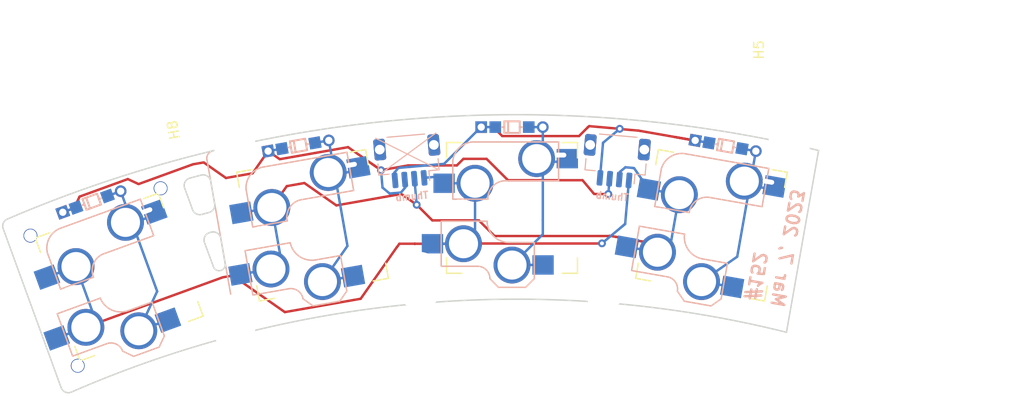
<source format=kicad_pcb>
(kicad_pcb (version 20221018) (generator pcbnew)
  (title_block (rev "1") (company "@e3w2q"))
  (layers (0 "F.Cu" signal) (31 "B.Cu" signal) (34 "B.Paste" user) (35 "F.Paste" user) (36 "B.SilkS" user "B.Silkscreen") (37 "F.SilkS" user "F.Silkscreen") (38 "B.Mask" user) (39 "F.Mask" user) (44 "Edge.Cuts" user))
  (net 0 "")
  (footprint "#footprint:M2_Nut_Hole_rev2" (layer "F.Cu") (at 38.688167 135.459876 90)
    (fp_text reference "H7")
    (fp_text value "MountingHole")
    (pad "" np_thru_hole oval (at 0 0 90) (size 6 4.2) (drill oval 6 4.2) (layers "F&B.Cu" "*.Mask"))
  )
  (footprint "#footprint:CherryMX_Choc_Hotswap_rev9_test" (layer "F.Cu") (at 26.776505 130.692625 20)
    (fp_text reference "SW15" hide)
    (fp_text value "SW_Push" hide)
    (fp_line (start -7.3 1.4) (end -7.3 6) (stroke (width 0.15)) (layer "B.SilkS"))
    (fp_line (start -6.1 -4.85) (end -6.1 -0.905) (stroke (width 0.15)) (layer "B.SilkS"))
    (fp_line (start -6.1 -0.896) (end -2.49 -0.896) (stroke (width 0.15)) (layer "B.SilkS"))
    (fp_line (start -3.5 6.025) (end -7.275 6.025) (stroke (width 0.15)) (layer "B.SilkS"))
    (fp_line (start -2.575 1.375) (end -7.3 1.375) (stroke (width 0.15)) (layer "B.SilkS"))
    (fp_line (start -2.28 7.3) (end -1.4 8.2) (stroke (width 0.15)) (layer "B.SilkS"))
    (fp_line (start 1.4 8.2) (end -1.4 8.2) (stroke (width 0.15)) (layer "B.SilkS"))
    (fp_line (start 2.275 3.575) (end -0.275 3.575) (stroke (width 0.15)) (layer "B.SilkS"))
    (fp_line (start 2.3 3.6) (end 2.3 7.3) (stroke (width 0.15)) (layer "B.SilkS"))
    (fp_line (start 2.3 7.3) (end 1.4 8.2) (stroke (width 0.15)) (layer "B.SilkS"))
    (fp_line (start 4.8 -6.804) (end -3.825 -6.804) (stroke (width 0.15)) (layer "B.SilkS"))
    (fp_line (start 4.8 -2.8) (end -0.6 -2.8) (stroke (width 0.15)) (layer "B.SilkS"))
    (fp_line (start 4.8 -2.8) (end 4.8 -6.804) (stroke (width 0.15)) (layer "B.SilkS"))
    (fp_arc (start -6.1 -4.85) (mid -5.3507 -6.278973) (end -3.825 -6.804) (stroke (width 0.15)) (layer "B.SilkS"))
    (fp_arc (start -3.5 6.025) (mid -2.633993 6.417537) (end -2.28 7.3) (stroke (width 0.15)) (layer "B.SilkS"))
    (fp_arc (start -2.49 -0.896) (mid -1.960305 -2.260252) (end -0.6 -2.8) (stroke (width 0.15)) (layer "B.SilkS"))
    (fp_arc (start -0.275 3.575) (mid -1.87256 2.942903) (end -2.575 1.375) (stroke (width 0.15)) (layer "B.SilkS"))
    (fp_line (start -6.746875 -6.746875) (end -5.159375 -6.746875) (stroke (width 0.15)) (layer "F.SilkS"))
    (fp_line (start -6.746875 -5.159375) (end -6.746875 -6.746875) (stroke (width 0.15)) (layer "F.SilkS"))
    (fp_line (start -6.746875 6.746875) (end -6.746875 5.159375) (stroke (width 0.15)) (layer "F.SilkS"))
    (fp_line (start -5.159375 6.746875) (end -6.746875 6.746875) (stroke (width 0.15)) (layer "F.SilkS"))
    (fp_line (start 5.159375 -6.746875) (end 6.746875 -6.746875) (stroke (width 0.15)) (layer "F.SilkS"))
    (fp_line (start 6.746875 -6.746875) (end 6.746875 -5.159375) (stroke (width 0.15)) (layer "F.SilkS"))
    (fp_line (start 6.746875 5.159375) (end 6.746875 6.746875) (stroke (width 0.15)) (layer "F.SilkS"))
    (fp_line (start 6.746875 6.746875) (end 5.159375 6.746875) (stroke (width 0.15)) (layer "F.SilkS"))
    (pad "" np_thru_hole circle (at -5.5 0 110) (size 1.68 1.68) (drill 1.68) (layers "F&B.Cu" "*.Mask"))
    (pad "" np_thru_hole circle (at -5.08 0 20) (size 1.7 1.7) (drill 1.7) (layers "*.Cu" "*.Mask"))
    (pad "" np_thru_hole circle (at 0 0 110) (size 4.9 4.9) (drill 4.9) (layers "F&B.Cu" "*.Mask"))
    (pad "" np_thru_hole oval (at 5 -5.45 200) (size 1.2 0.5) (drill oval 1.2 0.5) (layers "F&B.Cu" "*.Mask"))
    (pad "" np_thru_hole circle (at 5.08 0 20) (size 1.7 1.7) (drill 1.7) (layers "*.Cu" "*.Mask"))
    (pad "" np_thru_hole circle (at 5.5 0 110) (size 1.68 1.68) (drill 1.68) (layers "F&B.Cu" "*.Mask"))
    (pad "1" smd rect (at -8.2 3.7 20) (size 2.2 2) (layers "B.Cu" "B.Paste" "B.Mask"))
    (pad "1" smd rect (at -7 -2.54 20) (size 2.2 2) (layers "B.Cu" "B.Paste" "B.Mask"))
    (pad "1" thru_hole circle (at -5 3.7 110) (size 3.8 3.8) (drill 3) (layers "*.Cu" "B.Mask"))
    (pad "1" thru_hole circle (at -3.81 -2.54 200) (size 3.8 3.8) (drill 3) (layers "*.Cu" "B.Mask"))
    (pad "2" thru_hole circle (at 0 5.9 110) (size 3.8 3.8) (drill 3) (layers "*.Cu" "B.Mask"))
    (pad "2" thru_hole circle (at 2.54 -5.08 200) (size 3.8 3.8) (drill 3) (layers "*.Cu" "B.Mask"))
    (pad "2" smd rect (at 3.2 5.89 20) (size 2.2 2) (layers "B.Cu" "B.Paste" "B.Mask"))
    (pad "2" smd rect (at 5.7 -5.08 20) (size 2.2 2) (layers "B.Cu" "B.Paste" "B.Mask"))
  )
  (footprint "#footprint:CherryMX_Choc_Hotswap_rev9_test" (layer "F.Cu") (at 87.820884 125.352791 -10)
    (fp_text reference "SW20" hide)
    (fp_text value "SW_Push" hide)
    (fp_line (start -7.3 1.4) (end -7.3 6) (stroke (width 0.15)) (layer "B.SilkS"))
    (fp_line (start -6.1 -4.85) (end -6.1 -0.905) (stroke (width 0.15)) (layer "B.SilkS"))
    (fp_line (start -6.1 -0.896) (end -2.49 -0.896) (stroke (width 0.15)) (layer "B.SilkS"))
    (fp_line (start -3.5 6.025) (end -7.275 6.025) (stroke (width 0.15)) (layer "B.SilkS"))
    (fp_line (start -2.575 1.375) (end -7.3 1.375) (stroke (width 0.15)) (layer "B.SilkS"))
    (fp_line (start -2.28 7.3) (end -1.4 8.2) (stroke (width 0.15)) (layer "B.SilkS"))
    (fp_line (start 1.4 8.2) (end -1.4 8.2) (stroke (width 0.15)) (layer "B.SilkS"))
    (fp_line (start 2.275 3.575) (end -0.275 3.575) (stroke (width 0.15)) (layer "B.SilkS"))
    (fp_line (start 2.3 3.6) (end 2.3 7.3) (stroke (width 0.15)) (layer "B.SilkS"))
    (fp_line (start 2.3 7.3) (end 1.4 8.2) (stroke (width 0.15)) (layer "B.SilkS"))
    (fp_line (start 4.8 -6.804) (end -3.825 -6.804) (stroke (width 0.15)) (layer "B.SilkS"))
    (fp_line (start 4.8 -2.8) (end -0.6 -2.8) (stroke (width 0.15)) (layer "B.SilkS"))
    (fp_line (start 4.8 -2.8) (end 4.8 -6.804) (stroke (width 0.15)) (layer "B.SilkS"))
    (fp_arc (start -6.1 -4.85) (mid -5.3507 -6.278974) (end -3.825 -6.804) (stroke (width 0.15)) (layer "B.SilkS"))
    (fp_arc (start -3.5 6.025) (mid -2.633993 6.417536) (end -2.28 7.3) (stroke (width 0.15)) (layer "B.SilkS"))
    (fp_arc (start -2.49 -0.896) (mid -1.960306 -2.260251) (end -0.6 -2.8) (stroke (width 0.15)) (layer "B.SilkS"))
    (fp_arc (start -0.275 3.575) (mid -1.872559 2.942903) (end -2.575 1.375) (stroke (width 0.15)) (layer "B.SilkS"))
    (fp_line (start -6.746875 -6.746875) (end -5.159375 -6.746875) (stroke (width 0.15)) (layer "F.SilkS"))
    (fp_line (start -6.746875 -5.159375) (end -6.746875 -6.746875) (stroke (width 0.15)) (layer "F.SilkS"))
    (fp_line (start -6.746875 6.746875) (end -6.746875 5.159375) (stroke (width 0.15)) (layer "F.SilkS"))
    (fp_line (start -5.159375 6.746875) (end -6.746875 6.746875) (stroke (width 0.15)) (layer "F.SilkS"))
    (fp_line (start 5.159375 -6.746875) (end 6.746875 -6.746875) (stroke (width 0.15)) (layer "F.SilkS"))
    (fp_line (start 6.746875 -6.746875) (end 6.746875 -5.159375) (stroke (width 0.15)) (layer "F.SilkS"))
    (fp_line (start 6.746875 5.159375) (end 6.746875 6.746875) (stroke (width 0.15)) (layer "F.SilkS"))
    (fp_line (start 6.746875 6.746875) (end 5.159375 6.746875) (stroke (width 0.15)) (layer "F.SilkS"))
    (pad "" np_thru_hole circle (at -5.5 0 80) (size 1.68 1.68) (drill 1.68) (layers "F&B.Cu" "*.Mask"))
    (pad "" np_thru_hole circle (at -5.08 0 350) (size 1.7 1.7) (drill 1.7) (layers "*.Cu" "*.Mask"))
    (pad "" np_thru_hole circle (at 0 0 80) (size 4.9 4.9) (drill 4.9) (layers "F&B.Cu" "*.Mask"))
    (pad "" np_thru_hole oval (at 5 -5.45 170) (size 1.2 0.5) (drill oval 1.2 0.5) (layers "F&B.Cu" "*.Mask"))
    (pad "" np_thru_hole circle (at 5.08 0 350) (size 1.7 1.7) (drill 1.7) (layers "*.Cu" "*.Mask"))
    (pad "" np_thru_hole circle (at 5.5 0 80) (size 1.68 1.68) (drill 1.68) (layers "F&B.Cu" "*.Mask"))
    (pad "1" smd rect (at -8.2 3.7 350) (size 2.2 2) (layers "B.Cu" "B.Paste" "B.Mask"))
    (pad "1" smd rect (at -7 -2.54 350) (size 2.2 2) (layers "B.Cu" "B.Paste" "B.Mask"))
    (pad "1" thru_hole circle (at -5 3.7 80) (size 3.8 3.8) (drill 3) (layers "*.Cu" "B.Mask"))
    (pad "1" thru_hole circle (at -3.81 -2.54 170) (size 3.8 3.8) (drill 3) (layers "*.Cu" "B.Mask"))
    (pad "2" thru_hole circle (at 0 5.9 80) (size 3.8 3.8) (drill 3) (layers "*.Cu" "B.Mask"))
    (pad "2" thru_hole circle (at 2.54 -5.08 170) (size 3.8 3.8) (drill 3) (layers "*.Cu" "B.Mask"))
    (pad "2" smd rect (at 3.2 5.89 350) (size 2.2 2) (layers "B.Cu" "B.Paste" "B.Mask"))
    (pad "2" smd rect (at 5.7 -5.08 350) (size 2.2 2) (layers "B.Cu" "B.Paste" "B.Mask"))
  )
  (footprint "#footprint:M2_Nut_Hole_rev2" (layer "F.Cu") (at 76.788168 131.09425 90)
    (fp_text reference "H14")
    (fp_text value "MountingHole")
    (pad "" np_thru_hole oval (at 0 0 90) (size 6 4.2) (drill oval 6 4.2) (layers "F&B.Cu" "*.Mask"))
  )
  (footprint "#footprint:diode_TH_SMD_rev3" (layer "F.Cu") (at 45.255191 117.142488 10)
    (fp_text reference "D16")
    (fp_text value "D" hide)
    (fp_line (start -0.992182 0) (end -0.793744 0) (stroke (width 0.2)) (layer "B.SilkS"))
    (fp_line (start -0.793744 -0.595314) (end -0.793744 0.595314) (stroke (width 0.2)) (layer "B.SilkS"))
    (fp_line (start -0.793744 0.595314) (end 0.79376 0.595314) (stroke (width 0.2)) (layer "B.SilkS"))
    (fp_line (start -0.396868 0.595314) (end -0.396868 -0.595314) (stroke (width 0.2)) (layer "B.SilkS"))
    (fp_line (start 0.79376 -0.595314) (end -0.793744 -0.595314) (stroke (width 0.2)) (layer "B.SilkS"))
    (fp_line (start 0.79376 0) (end 0.992198 0) (stroke (width 0.2)) (layer "B.SilkS"))
    (fp_line (start 0.79376 0.595314) (end 0.79376 -0.595314) (stroke (width 0.2)) (layer "B.SilkS"))
    (pad "1" thru_hole rect (at -3.175 0 10) (size 1.2 1.2) (drill 0.75) (layers "*.Cu" "B.Mask"))
    (pad "1" smd rect (at -1.725 0 10) (size 1.2 1.2) (layers "B.Cu" "B.Paste" "B.Mask"))
    (pad "2" smd rect (at 1.725 0 10) (size 1.2 1.2) (layers "B.Cu" "B.Paste" "B.Mask"))
    (pad "2" thru_hole circle (at 3.175 0 10) (size 1.2 1.2) (drill 0.75) (layers "*.Cu" "B.Mask"))
  )
  (footprint "#footprint:M2_Nut_Hole_rev2" (layer "F.Cu") (at 38.688172 116.409876 90)
    (fp_text reference "H8" (at 0.898946 -6.308789 100 unlocked) (layer "F.SilkS"))
    (fp_text value "MountingHole")
    (pad "" np_thru_hole oval (at 0 0 90) (size 6 4.2) (drill oval 6 4.2) (layers "F&B.Cu" "*.Mask"))
  )
  (footprint "#footprint:diode_TH_SMD_rev3" (layer "F.Cu") (at 67.26317 115.219246)
    (fp_text reference "D19")
    (fp_text value "D" hide)
    (fp_line (start -0.992182 0) (end -0.793744 0) (stroke (width 0.2)) (layer "B.SilkS"))
    (fp_line (start -0.793744 -0.595314) (end -0.793744 0.595314) (stroke (width 0.2)) (layer "B.SilkS"))
    (fp_line (start -0.793744 0.595314) (end 0.79376 0.595314) (stroke (width 0.2)) (layer "B.SilkS"))
    (fp_line (start -0.396868 0.595314) (end -0.396868 -0.595314) (stroke (width 0.2)) (layer "B.SilkS"))
    (fp_line (start 0.79376 -0.595314) (end -0.793744 -0.595314) (stroke (width 0.2)) (layer "B.SilkS"))
    (fp_line (start 0.79376 0) (end 0.992198 0) (stroke (width 0.2)) (layer "B.SilkS"))
    (fp_line (start 0.79376 0.595314) (end 0.79376 -0.595314) (stroke (width 0.2)) (layer "B.SilkS"))
    (pad "1" thru_hole rect (at -3.175 0) (size 1.2 1.2) (drill 0.75) (layers "*.Cu" "B.Mask"))
    (pad "1" smd rect (at -1.725 0) (size 1.2 1.2) (layers "B.Cu" "B.Paste" "B.Mask"))
    (pad "2" smd rect (at 1.725 0) (size 1.2 1.2) (layers "B.Cu" "B.Paste" "B.Mask"))
    (pad "2" thru_hole circle (at 3.175 0) (size 1.2 1.2) (drill 0.75) (layers "*.Cu" "B.Mask"))
  )
  (footprint "#footprint:M1.4_tapping_Hole_rev2" (layer "F.Cu") (at 31.044945 121.53341)
    (fp_text reference "H49" hide)
    (fp_text value "MountingHole" hide)
    (pad "" thru_hole circle (at 0 0) (size 1.43 1.43) (drill 1.28) (layers "*.Cu" "*.Mask"))
  )
  (footprint "#footprint:M2_Nut_Hole_rev2" (layer "F.Cu") (at 95.83817 116.409867 90)
    (fp_text reference "H5" (at 9.159666 -3.125116 90 unlocked) (layer "F.SilkS"))
    (fp_text value "MountingHole")
    (pad "" np_thru_hole oval (at 0 0 90) (size 6 4.2) (drill oval 6 4.2) (layers "F&B.Cu" "*.Mask"))
  )
  (footprint "#footprint:CherryMX_Choc_Hotswap_rev9_test" (layer "F.Cu") (at 46.702436 125.350247 10)
    (fp_text reference "SW16" hide)
    (fp_text value "SW_Push" hide)
    (fp_line (start -7.3 1.4) (end -7.3 6) (stroke (width 0.15)) (layer "B.SilkS"))
    (fp_line (start -6.1 -4.85) (end -6.1 -0.905) (stroke (width 0.15)) (layer "B.SilkS"))
    (fp_line (start -6.1 -0.896) (end -2.49 -0.896) (stroke (width 0.15)) (layer "B.SilkS"))
    (fp_line (start -3.5 6.025) (end -7.275 6.025) (stroke (width 0.15)) (layer "B.SilkS"))
    (fp_line (start -2.575 1.375) (end -7.3 1.375) (stroke (width 0.15)) (layer "B.SilkS"))
    (fp_line (start -2.28 7.3) (end -1.4 8.2) (stroke (width 0.15)) (layer "B.SilkS"))
    (fp_line (start 1.4 8.2) (end -1.4 8.2) (stroke (width 0.15)) (layer "B.SilkS"))
    (fp_line (start 2.275 3.575) (end -0.275 3.575) (stroke (width 0.15)) (layer "B.SilkS"))
    (fp_line (start 2.3 3.6) (end 2.3 7.3) (stroke (width 0.15)) (layer "B.SilkS"))
    (fp_line (start 2.3 7.3) (end 1.4 8.2) (stroke (width 0.15)) (layer "B.SilkS"))
    (fp_line (start 4.8 -6.804) (end -3.825 -6.804) (stroke (width 0.15)) (layer "B.SilkS"))
    (fp_line (start 4.8 -2.8) (end -0.6 -2.8) (stroke (width 0.15)) (layer "B.SilkS"))
    (fp_line (start 4.8 -2.8) (end 4.8 -6.804) (stroke (width 0.15)) (layer "B.SilkS"))
    (fp_arc (start -6.1 -4.85) (mid -5.3507 -6.278973) (end -3.825 -6.804) (stroke (width 0.15)) (layer "B.SilkS"))
    (fp_arc (start -3.5 6.025) (mid -2.633993 6.417536) (end -2.28 7.3) (stroke (width 0.15)) (layer "B.SilkS"))
    (fp_arc (start -2.49 -0.896) (mid -1.960305 -2.260252) (end -0.6 -2.8) (stroke (width 0.15)) (layer "B.SilkS"))
    (fp_arc (start -0.275 3.575) (mid -1.872559 2.942903) (end -2.575 1.375) (stroke (width 0.15)) (layer "B.SilkS"))
    (fp_line (start -6.746875 -6.746875) (end -5.159375 -6.746875) (stroke (width 0.15)) (layer "F.SilkS"))
    (fp_line (start -6.746875 -5.159375) (end -6.746875 -6.746875) (stroke (width 0.15)) (layer "F.SilkS"))
    (fp_line (start -6.746875 6.746875) (end -6.746875 5.159375) (stroke (width 0.15)) (layer "F.SilkS"))
    (fp_line (start -5.159375 6.746875) (end -6.746875 6.746875) (stroke (width 0.15)) (layer "F.SilkS"))
    (fp_line (start 5.159375 -6.746875) (end 6.746875 -6.746875) (stroke (width 0.15)) (layer "F.SilkS"))
    (fp_line (start 6.746875 -6.746875) (end 6.746875 -5.159375) (stroke (width 0.15)) (layer "F.SilkS"))
    (fp_line (start 6.746875 5.159375) (end 6.746875 6.746875) (stroke (width 0.15)) (layer "F.SilkS"))
    (fp_line (start 6.746875 6.746875) (end 5.159375 6.746875) (stroke (width 0.15)) (layer "F.SilkS"))
    (pad "" np_thru_hole circle (at -5.5 0 100) (size 1.68 1.68) (drill 1.68) (layers "F&B.Cu" "*.Mask"))
    (pad "" np_thru_hole circle (at -5.08 0 10) (size 1.7 1.7) (drill 1.7) (layers "*.Cu" "*.Mask"))
    (pad "" np_thru_hole circle (at 0 0 100) (size 4.9 4.9) (drill 4.9) (layers "F&B.Cu" "*.Mask"))
    (pad "" np_thru_hole oval (at 5 -5.45 190) (size 1.2 0.5) (drill oval 1.2 0.5) (layers "F&B.Cu" "*.Mask"))
    (pad "" np_thru_hole circle (at 5.08 0 10) (size 1.7 1.7) (drill 1.7) (layers "*.Cu" "*.Mask"))
    (pad "" np_thru_hole circle (at 5.5 0 100) (size 1.68 1.68) (drill 1.68) (layers "F&B.Cu" "*.Mask"))
    (pad "1" smd rect (at -8.2 3.7 10) (size 2.2 2) (layers "B.Cu" "B.Paste" "B.Mask"))
    (pad "1" smd rect (at -7 -2.54 10) (size 2.2 2) (layers "B.Cu" "B.Paste" "B.Mask"))
    (pad "1" thru_hole circle (at -5 3.7 100) (size 3.8 3.8) (drill 3) (layers "*.Cu" "B.Mask"))
    (pad "1" thru_hole circle (at -3.81 -2.54 190) (size 3.8 3.8) (drill 3) (layers "*.Cu" "B.Mask"))
    (pad "2" thru_hole circle (at 0 5.9 100) (size 3.8 3.8) (drill 3) (layers "*.Cu" "B.Mask"))
    (pad "2" thru_hole circle (at 2.54 -5.08 190) (size 3.8 3.8) (drill 3) (layers "*.Cu" "B.Mask"))
    (pad "2" smd rect (at 3.2 5.89 10) (size 2.2 2) (layers "B.Cu" "B.Paste" "B.Mask"))
    (pad "2" smd rect (at 5.7 -5.08 10) (size 2.2 2) (layers "B.Cu" "B.Paste" "B.Mask"))
  )
  (footprint "#footprint:diode_TH_SMD_rev3" (layer "F.Cu") (at 89.268134 117.145038 -10)
    (fp_text reference "D20")
    (fp_text value "D" hide)
    (fp_line (start -0.992182 0) (end -0.793744 0) (stroke (width 0.2)) (layer "B.SilkS"))
    (fp_line (start -0.793744 -0.595314) (end -0.793744 0.595314) (stroke (width 0.2)) (layer "B.SilkS"))
    (fp_line (start -0.793744 0.595314) (end 0.79376 0.595314) (stroke (width 0.2)) (layer "B.SilkS"))
    (fp_line (start -0.396868 0.595314) (end -0.396868 -0.595314) (stroke (width 0.2)) (layer "B.SilkS"))
    (fp_line (start 0.79376 -0.595314) (end -0.793744 -0.595314) (stroke (width 0.2)) (layer "B.SilkS"))
    (fp_line (start 0.79376 0) (end 0.992198 0) (stroke (width 0.2)) (layer "B.SilkS"))
    (fp_line (start 0.79376 0.595314) (end 0.79376 -0.595314) (stroke (width 0.2)) (layer "B.SilkS"))
    (pad "1" thru_hole rect (at -3.175 0 350) (size 1.2 1.2) (drill 0.75) (layers "*.Cu" "B.Mask"))
    (pad "1" smd rect (at -1.725 0 350) (size 1.2 1.2) (layers "B.Cu" "B.Paste" "B.Mask"))
    (pad "2" smd rect (at 1.725 0 350) (size 1.2 1.2) (layers "B.Cu" "B.Paste" "B.Mask"))
    (pad "2" thru_hole circle (at 3.175 0 350) (size 1.2 1.2) (drill 0.75) (layers "*.Cu" "B.Mask"))
  )
  (footprint "#footprint:M2_Nut_Hole_rev2" (layer "F.Cu") (at 57.738174 131.094247 90)
    (fp_text reference "H13")
    (fp_text value "MountingHole")
    (pad "" np_thru_hole oval (at 0 0 90) (size 6 4.2) (drill oval 6 4.2) (layers "F&B.Cu" "*.Mask"))
  )
  (footprint "#footprint:CherryMX_Choc_Hotswap_rev9_test" (layer "F.Cu") (at 67.263171 123.553619)
    (fp_text reference "SW19" hide)
    (fp_text value "SW_Push" hide)
    (fp_line (start -7.3 1.4) (end -7.3 6) (stroke (width 0.15)) (layer "B.SilkS"))
    (fp_line (start -6.1 -4.85) (end -6.1 -0.905) (stroke (width 0.15)) (layer "B.SilkS"))
    (fp_line (start -6.1 -0.896) (end -2.49 -0.896) (stroke (width 0.15)) (layer "B.SilkS"))
    (fp_line (start -3.5 6.025) (end -7.275 6.025) (stroke (width 0.15)) (layer "B.SilkS"))
    (fp_line (start -2.575 1.375) (end -7.3 1.375) (stroke (width 0.15)) (layer "B.SilkS"))
    (fp_line (start -2.28 7.3) (end -1.4 8.2) (stroke (width 0.15)) (layer "B.SilkS"))
    (fp_line (start 1.4 8.2) (end -1.4 8.2) (stroke (width 0.15)) (layer "B.SilkS"))
    (fp_line (start 2.275 3.575) (end -0.275 3.575) (stroke (width 0.15)) (layer "B.SilkS"))
    (fp_line (start 2.3 3.6) (end 2.3 7.3) (stroke (width 0.15)) (layer "B.SilkS"))
    (fp_line (start 2.3 7.3) (end 1.4 8.2) (stroke (width 0.15)) (layer "B.SilkS"))
    (fp_line (start 4.8 -6.804) (end -3.825 -6.804) (stroke (width 0.15)) (layer "B.SilkS"))
    (fp_line (start 4.8 -2.8) (end -0.6 -2.8) (stroke (width 0.15)) (layer "B.SilkS"))
    (fp_line (start 4.8 -2.8) (end 4.8 -6.804) (stroke (width 0.15)) (layer "B.SilkS"))
    (fp_arc (start -6.1 -4.85) (mid -5.3507 -6.278973) (end -3.825 -6.804) (stroke (width 0.15)) (layer "B.SilkS"))
    (fp_arc (start -3.5 6.025) (mid -2.633993 6.417536) (end -2.28 7.3) (stroke (width 0.15)) (layer "B.SilkS"))
    (fp_arc (start -2.49 -0.896) (mid -1.960305 -2.260252) (end -0.6 -2.8) (stroke (width 0.15)) (layer "B.SilkS"))
    (fp_arc (start -0.275 3.575) (mid -1.872559 2.942903) (end -2.575 1.375) (stroke (width 0.15)) (layer "B.SilkS"))
    (fp_line (start -6.746875 -6.746875) (end -5.159375 -6.746875) (stroke (width 0.15)) (layer "F.SilkS"))
    (fp_line (start -6.746875 -5.159375) (end -6.746875 -6.746875) (stroke (width 0.15)) (layer "F.SilkS"))
    (fp_line (start -6.746875 6.746875) (end -6.746875 5.159375) (stroke (width 0.15)) (layer "F.SilkS"))
    (fp_line (start -5.159375 6.746875) (end -6.746875 6.746875) (stroke (width 0.15)) (layer "F.SilkS"))
    (fp_line (start 5.159375 -6.746875) (end 6.746875 -6.746875) (stroke (width 0.15)) (layer "F.SilkS"))
    (fp_line (start 6.746875 -6.746875) (end 6.746875 -5.159375) (stroke (width 0.15)) (layer "F.SilkS"))
    (fp_line (start 6.746875 5.159375) (end 6.746875 6.746875) (stroke (width 0.15)) (layer "F.SilkS"))
    (fp_line (start 6.746875 6.746875) (end 5.159375 6.746875) (stroke (width 0.15)) (layer "F.SilkS"))
    (pad "" np_thru_hole circle (at -5.5 0 90) (size 1.68 1.68) (drill 1.68) (layers "F&B.Cu" "*.Mask"))
    (pad "" np_thru_hole circle (at -5.08 0) (size 1.7 1.7) (drill 1.7) (layers "*.Cu" "*.Mask"))
    (pad "" np_thru_hole circle (at 0 0 90) (size 4.9 4.9) (drill 4.9) (layers "F&B.Cu" "*.Mask"))
    (pad "" np_thru_hole oval (at 5 -5.45 180) (size 1.2 0.5) (drill oval 1.2 0.5) (layers "F&B.Cu" "*.Mask"))
    (pad "" np_thru_hole circle (at 5.08 0) (size 1.7 1.7) (drill 1.7) (layers "*.Cu" "*.Mask"))
    (pad "" np_thru_hole circle (at 5.5 0 90) (size 1.68 1.68) (drill 1.68) (layers "F&B.Cu" "*.Mask"))
    (pad "1" smd rect (at -8.2 3.7) (size 2.2 2) (layers "B.Cu" "B.Paste" "B.Mask"))
    (pad "1" smd rect (at -7 -2.54) (size 2.2 2) (layers "B.Cu" "B.Paste" "B.Mask"))
    (pad "1" thru_hole circle (at -5 3.7 90) (size 3.8 3.8) (drill 3) (layers "*.Cu" "B.Mask"))
    (pad "1" thru_hole circle (at -3.81 -2.54 180) (size 3.8 3.8) (drill 3) (layers "*.Cu" "B.Mask"))
    (pad "2" thru_hole circle (at 0 5.9 90) (size 3.8 3.8) (drill 3) (layers "*.Cu" "B.Mask"))
    (pad "2" thru_hole circle (at 2.54 -5.08 180) (size 3.8 3.8) (drill 3) (layers "*.Cu" "B.Mask"))
    (pad "2" smd rect (at 3.2 5.89) (size 2.2 2) (layers "B.Cu" "B.Paste" "B.Mask"))
    (pad "2" smd rect (at 5.7 -5.08) (size 2.2 2) (layers "B.Cu" "B.Paste" "B.Mask"))
  )
  (footprint "#footprint:diode_TH_SMD_rev3" (layer "F.Cu") (at 23.947137 122.918994 20)
    (fp_text reference "D15")
    (fp_text value "D" hide)
    (fp_line (start -0.992182 0) (end -0.793744 0) (stroke (width 0.2)) (layer "B.SilkS"))
    (fp_line (start -0.793744 -0.595314) (end -0.793744 0.595314) (stroke (width 0.2)) (layer "B.SilkS"))
    (fp_line (start -0.793744 0.595314) (end 0.79376 0.595314) (stroke (width 0.2)) (layer "B.SilkS"))
    (fp_line (start -0.396868 0.595314) (end -0.396868 -0.595314) (stroke (width 0.2)) (layer "B.SilkS"))
    (fp_line (start 0.79376 -0.595314) (end -0.793744 -0.595314) (stroke (width 0.2)) (layer "B.SilkS"))
    (fp_line (start 0.79376 0) (end 0.992198 0) (stroke (width 0.2)) (layer "B.SilkS"))
    (fp_line (start 0.79376 0.595314) (end 0.79376 -0.595314) (stroke (width 0.2)) (layer "B.SilkS"))
    (pad "1" thru_hole rect (at -3.175 0 20) (size 1.2 1.2) (drill 0.75) (layers "*.Cu" "B.Mask"))
    (pad "1" smd rect (at -1.725 0 20) (size 1.2 1.2) (layers "B.Cu" "B.Paste" "B.Mask"))
    (pad "2" smd rect (at 1.725 0 20) (size 1.2 1.2) (layers "B.Cu" "B.Paste" "B.Mask"))
    (pad "2" thru_hole circle (at 3.175 0 20) (size 1.2 1.2) (drill 0.75) (layers "*.Cu" "B.Mask"))
  )
  (footprint "#footprint:M1.4_tapping_Hole_rev2" (layer "F.Cu") (at 17.628748 126.416282)
    (fp_text reference "H48" hide)
    (fp_text value "MountingHole" hide)
    (pad "" thru_hole circle (at 0 0) (size 1.43 1.43) (drill 1.28) (layers "*.Cu" "*.Mask"))
  )
  (footprint "#footprint:M1.4_tapping_Hole_rev2" (layer "F.Cu") (at 22.506196 139.844311)
    (fp_text reference "H60" hide)
    (fp_text value "MountingHole" hide)
    (pad "" thru_hole circle (at 0 0) (size 1.43 1.43) (drill 1.28) (layers "*.Cu" "*.Mask"))
  )
  (footprint "#footprint:JST_SH_BM03B-SRSS-TB_1x04-1MP_P1.00mm_Vertical" (layer "B.Cu") (at 56.547541 118.79112 -175)
    (fp_text reference "J11")
    (fp_text value "Conn_01x04")
    (fp_line (start -3.11 -1.11) (end -2.06 -1.11) (stroke (width 0.12)) (layer "B.SilkS"))
    (fp_line (start -3.11 -1.11) (end 3.11 2.7) (stroke (width 0.12)) (layer "B.SilkS"))
    (fp_line (start -3.11 0.04) (end -3.11 -1.11) (stroke (width 0.12)) (layer "B.SilkS"))
    (fp_line (start -2.06 -1.11) (end -2.06 -2.1) (stroke (width 0.12)) (layer "B.SilkS"))
    (fp_line (start -1.94 2.7) (end 1.94 2.7) (stroke (width 0.12)) (layer "B.SilkS"))
    (fp_line (start 3.11 -1.11) (end -3.11 2.7) (stroke (width 0.12)) (layer "B.SilkS"))
    (fp_line (start 3.11 -1.11) (end 2.06 -1.11) (stroke (width 0.12)) (layer "B.SilkS"))
    (fp_line (start 3.11 0.04) (end 3.11 -1.11) (stroke (width 0.12)) (layer "B.SilkS"))
    (pad "1" smd roundrect (at -1.5 -1.8 185) (size 0.6 1.6) (layers "B.Cu" "B.Paste" "B.Mask"))
    (pad "2" smd roundrect (at -0.5 -1.8 185) (size 0.6 1.6) (layers "B.Cu" "B.Paste" "B.Mask"))
    (pad "3" smd roundrect (at 0.5 -1.8 185) (size 0.6 1.6) (layers "B.Cu" "B.Paste" "B.Mask"))
    (pad "4" smd roundrect (at 1.5 -1.8 185) (size 0.6 1.6) (layers "B.Cu" "B.Paste" "B.Mask"))
    (pad "MP" thru_hole roundrect (at -2.8 1.5 185) (size 1.2 2.2) (drill 1) (layers "*.Cu" "*.Mask") (roundrect_rratio 0.208))
    (pad "MP" thru_hole roundrect (at 2.8 1.5 185) (size 1.2 2.2) (drill 1) (layers "*.Cu" "*.Mask") (roundrect_rratio 0.208))
  )
  (footprint "#footprint:JST_SH_BM03B-SRSS-TB_1x04-1MP_P1.00mm_Vertical" (layer "B.Cu") (at 77.97879 118.791119 175)
    (fp_text reference "J12")
    (fp_text value "Conn_01x04")
    (fp_line (start -3.11 -1.11) (end -2.06 -1.11) (stroke (width 0.12)) (layer "B.SilkS"))
    (fp_line (start -3.11 0.04) (end -3.11 -1.11) (stroke (width 0.12)) (layer "B.SilkS"))
    (fp_line (start -2.06 -1.11) (end -2.06 -2.1) (stroke (width 0.12)) (layer "B.SilkS"))
    (fp_line (start -1.94 2.7) (end 1.94 2.7) (stroke (width 0.12)) (layer "B.SilkS"))
    (fp_line (start 3.11 -1.11) (end 2.06 -1.11) (stroke (width 0.12)) (layer "B.SilkS"))
    (fp_line (start 3.11 0.04) (end 3.11 -1.11) (stroke (width 0.12)) (layer "B.SilkS"))
    (pad "1" smd roundrect (at -1.5 -1.8 175) (size 0.6 1.6) (layers "B.Cu" "B.Paste" "B.Mask"))
    (pad "2" smd roundrect (at -0.5 -1.8 175) (size 0.6 1.6) (layers "B.Cu" "B.Paste" "B.Mask"))
    (pad "3" smd roundrect (at 0.5 -1.8 175) (size 0.6 1.6) (layers "B.Cu" "B.Paste" "B.Mask"))
    (pad "4" smd roundrect (at 1.5 -1.8 175) (size 0.6 1.6) (layers "B.Cu" "B.Paste" "B.Mask"))
    (pad "MP" thru_hole roundrect (at -2.8 1.5 175) (size 1.2 2.2) (drill 1) (layers "*.Cu" "*.Mask") (roundrect_rratio 0.208))
    (pad "MP" thru_hole roundrect (at 2.8 1.5 175) (size 1.2 2.2) (drill 1) (layers "*.Cu" "*.Mask") (roundrect_rratio 0.208))
  )
  (gr_arc (start 35.819511 118.578755) (mid 35.948877 117.984161) (end 36.463361 117.659226) (stroke (width 0.15)) (layer "B.SilkS"))
  (gr_line (start 38.851756 135.766924) (end 35.819511 118.578755) (stroke (width 0.15)) (layer "B.SilkS"))
  (gr_arc (start 36.263186 126.06134) (mid 36.865502 126.140633) (end 37.235335 126.622603) (stroke (width 0.15)) (layer "Edge.Cuts"))
  (gr_arc (start 35.222911 120.16983) (mid 35.825227 120.249129) (end 36.195056 120.731103) (stroke (width 0.15)) (layer "Edge.Cuts"))
  (gr_arc (start 21.81151 142.579226) (mid 21.204579 142.552726) (end 20.794153 142.104823) (stroke (width 0.15)) (layer "Edge.Cuts"))
  (gr_arc (start 33.502536 121.45256) (mid 33.581834 120.850249) (end 34.063805 120.480423) (stroke (width 0.15)) (layer "Edge.Cuts"))
  (gr_arc (start 35.547374 127.07489) (mid 35.626672 126.472578) (end 36.108643 126.102751) (stroke (width 0.15)) (layer "Edge.Cuts"))
  (gr_line (start 95.55 136.39) (end 98.86 117.63) (stroke (width 0.15)) (layer "Edge.Cuts"))
  (gr_arc (start 14.823282 125.704327) (mid 14.847425 125.0963) (end 15.297674 124.686966) (stroke (width 0.15)) (layer "Edge.Cuts"))
  (gr_arc (start 36.600433 123.055382) (mid 36.521135 123.657697) (end 36.039162 124.027525) (stroke (width 0.15)) (layer "Edge.Cuts"))
  (gr_line (start 33.502536 121.45256) (end 34.313601 123.668134) (stroke (width 0.15)) (layer "Edge.Cuts"))
  (gr_arc (start 35.285747 124.229397) (mid 34.683437 124.150105) (end 34.313608 123.66814) (stroke (width 0.15)) (layer "Edge.Cuts"))
  (gr_arc (start 15.297689 124.686972) (mid 56.508735 114.407763) (end 98.86 117.63) (stroke (width 0.15)) (layer "Edge.Cuts"))
  (gr_line (start 36.600433 123.055382) (end 36.195055 120.731104) (stroke (width 0.15)) (layer "Edge.Cuts"))
  (gr_arc (start 21.811511 142.579224) (mid 58.168162 133.37757) (end 95.55 136.39) (stroke (width 0.15)) (layer "Edge.Cuts"))
  (gr_line (start 36.108644 126.102753) (end 36.263186 126.06134) (stroke (width 0.15)) (layer "Edge.Cuts"))
  (gr_line (start 35.285747 124.229397) (end 36.039169 124.027524) (stroke (width 0.15)) (layer "Edge.Cuts"))
  (gr_line (start 37.685761 129.245395) (end 37.235336 126.622606) (stroke (width 0.15)) (layer "Edge.Cuts"))
  (gr_line (start 20.794153 142.104823) (end 14.823282 125.704327) (stroke (width 0.15)) (layer "Edge.Cuts"))
  (gr_arc (start 37.68577 129.245401) (mid 37.240281 130.016992) (end 36.46869 129.571503) (stroke (width 0.15)) (layer "Edge.Cuts"))
  (gr_line (start 36.46869 129.571503) (end 35.547374 127.07489) (stroke (width 0.15)) (layer "Edge.Cuts"))
  (gr_line (start 34.06381 120.480422) (end 35.222911 120.16983) (stroke (width 0.15)) (layer "Edge.Cuts"))
  (gr_text "Thumb" (at 56.944414 122.362997 5) (layer "B.SilkS") (effects (font (size 0.7 0.7)) (justify mirror)))
  (gr_text "#152" (at 92.45 130.59 260) (layer "B.SilkS") (effects (font (size 1.3 1.3) (thickness 0.25)) (justify mirror)))
  (gr_text "Mar 7, 2023" (at 95.62 127.71 260) (layer "B.SilkS") (effects (font (size 1.3 1.3) (thickness 0.25)) (justify mirror)))
  (gr_text "Thumb" (at 77.581916 122.362995 -5) (layer "B.SilkS") (effects (font (size 0.7 0.7)) (justify mirror)))
  (segment (start 20.963607 124.004906) (end 22.140548 123.576531) (width 0.25) (layer "F.Cu") (net 0))
  (segment (start 55.400955 127.596195) (end 51.665524 132.930951) (width 0.25) (layer "F.Cu") (net 0))
  (segment (start 57.241497 127.252613) (end 55.653997 127.252612) (width 0.25) (layer "F.Cu") (net 0))
  (segment (start 57.242507 127.253621) (end 57.21906 127.253622) (width 0.25) (layer "F.Cu") (net 0))
  (segment (start 75.105167 115.207508) (end 74.168918 116.14376) (width 0.25) (layer "F.Cu") (net 0))
  (segment (start 55.400955 127.596195) (end 55.415174 127.593688) (width 0.25) (layer "F.Cu") (net 0))
  (segment (start 27.668522 120.58067) (end 28.774207 121.096263) (width 0.25) (layer "F.Cu") (net 0))
  (segment (start 50.363032 117.287588) (end 52.839968 119.021954) (width 0.25) (layer "F.Cu") (net 0))
  (segment (start 49.160915 123.297646) (end 45.864534 120.9895) (width 0.25) (layer "F.Cu") (net 0))
  (segment (start 59.050546 124.843079) (end 63.844703 124.84308) (width 0.25) (layer "F.Cu") (net 0))
  (segment (start 82.254348 128.128341) (end 82.282744 128.108461) (width 0.25) (layer "F.Cu") (net 0))
  (segment (start 77.293089 126.45886) (end 77.331708 126.431823) (width 0.25) (layer "F.Cu") (net 0))
  (segment (start 35.48815 118.862714) (end 37.781082 120.468248) (width 0.25) (layer "F.Cu") (net 0))
  (segment (start 75.217106 115.118283) (end 75.075944 115.236733) (width 0.25) (layer "F.Cu") (net 0))
  (segment (start 38.466062 130.540385) (end 37.447968 130.719899) (width 0.25) (layer "F.Cu") (net 0))
  (segment (start 40.524461 119.984515) (end 42.128424 117.693815) (width 0.25) (layer "F.Cu") (net 0))
  (segment (start 65.333373 115.219251) (end 66.257884 116.143758) (width 0.25) (layer "F.Cu") (net 0))
  (segment (start 76.534015 127.215565) (end 76.520472 127.22911) (width 0.25) (layer "F.Cu") (net 0))
  (segment (start 62.26317 127.253617) (end 57.242507 127.253621) (width 0.25) (layer "F.Cu") (net 0))
  (segment (start 57.439431 123.231966) (end 59.050546 124.843079) (width 0.25) (layer "F.Cu") (net 0))
  (segment (start 77.185212 122.124942) (end 75.740249 122.124942) (width 0.25) (layer "F.Cu") (net 0))
  (segment (start 57.242507 127.253621) (end 57.241497 127.252613) (width 0.25) (layer "F.Cu") (net 0))
  (segment (start 82.254348 128.128341) (end 81.592489 127.183109) (width 0.25) (layer "F.Cu") (net 0))
  (segment (start 55.415174 127.593688) (end 55.653997 127.252612) (width 0.25) (layer "F.Cu") (net 0))
  (segment (start 45.864534 120.9895) (end 44.05046 121.309368) (width 0.25) (layer "F.Cu") (net 0))
  (segment (start 22.140548 123.576531) (end 22.693107 122.391573) (width 0.25) (layer "F.Cu") (net 0))
  (segment (start 75.662075 122.04677) (end 74.530437 120.698132) (width 0.25) (layer "F.Cu") (net 0))
  (segment (start 77.331708 126.431823) (end 77.957349 126.542135) (width 0.25) (layer "F.Cu") (net 0))
  (segment (start 81.592489 127.183109) (end 77.957349 126.542135) (width 0.25) (layer "F.Cu") (net 0))
  (segment (start 77.957349 126.542135) (end 78.192561 126.583611) (width 0.25) (layer "F.Cu") (net 0))
  (segment (start 51.665524 132.930951) (end 43.848612 134.309282) (width 0.25) (layer "F.Cu") (net 0))
  (segment (start 65.460483 126.458861) (end 77.293089 126.45886) (width 0.25) (layer "F.Cu") (net 0))
  (segment (start 75.105167 115.207508) (end 75.075944 115.236733) (width 0.25) (layer "F.Cu") (net 0))
  (segment (start 43.321482 118.529207) (end 50.363032 117.287588) (width 0.25) (layer "F.Cu") (net 0))
  (segment (start 78.382207 115.413577) (end 80.275891 115.579253) (width 0.25) (layer "F.Cu") (net 0))
  (segment (start 55.849028 122.11835) (end 49.160915 123.297646) (width 0.25) (layer "F.Cu") (net 0))
  (segment (start 78.363713 115.39358) (end 75.217106 115.118283) (width 0.25) (layer "F.Cu") (net 0))
  (segment (start 64.63845 118.493075) (end 62.257202 118.493075) (width 0.25) (layer "F.Cu") (net 0))
  (segment (start 43.848612 134.309282) (end 38.466062 130.540385) (width 0.25) (layer "F.Cu") (net 0))
  (segment (start 75.740249 122.124942) (end 75.662075 122.04677) (width 0.25) (layer "F.Cu") (net 0))
  (segment (start 52.839968 119.021954) (end 53.299727 119.343882) (width 0.25) (layer "F.Cu") (net 0))
  (segment (start 22.693107 122.391573) (end 27.668522 120.58067) (width 0.25) (layer "F.Cu") (net 0))
  (segment (start 34.368315 119.060173) (end 35.48815 118.862714) (width 0.25) (layer "F.Cu") (net 0))
  (segment (start 23.358165 135.848169) (end 23.343516 135.879587) (width 0.25) (layer "F.Cu") (net 0))
  (segment (start 86.159866 116.613702) (end 80.278898 115.576728) (width 0.25) (layer "F.Cu") (net 0))
  (segment (start 61.579982 119.170293) (end 56.56972 119.17029) (width 0.25) (layer "F.Cu") (net 0))
  (segment (start 28.774207 121.096263) (end 34.368315 119.060173) (width 0.25) (layer "F.Cu") (net 0))
  (segment (start 52.839968 119.021954) (end 53.759488 119.665808) (width 0.25) (layer "F.Cu") (net 0))
  (segment (start 57.439431 123.231966) (end 55.849028 122.11835) (width 0.25) (layer "F.Cu") (net 0))
  (segment (start 85.889579 116.234112) (end 86.141368 116.593706) (width 0.25) (layer "F.Cu") (net 0))
  (segment (start 37.447968 130.719899) (end 23.358165 135.848169) (width 0.25) (layer "F.Cu") (net 0))
  (segment (start 42.128424 117.693815) (end 43.321482 118.529207) (width 0.25) (layer "F.Cu") (net 0))
  (segment (start 37.781082 120.468248) (end 40.524461 119.984515) (width 0.25) (layer "F.Cu") (net 0))
  (segment (start 62.287678 127.229111) (end 62.26317 127.253617) (width 0.25) (layer "F.Cu") (net 0))
  (segment (start 84.096804 116.249929) (end 86.154741 116.612799) (width 0.25) (layer "F.Cu") (net 0))
  (segment (start 74.168918 116.14376) (end 66.257884 116.143758) (width 0.25) (layer "F.Cu") (net 0))
  (segment (start 62.257202 118.493075) (end 61.579982 119.170293) (width 0.25) (layer "F.Cu") (net 0))
  (segment (start 56.56972 119.17029) (end 53.759488 119.665808) (width 0.25) (layer "F.Cu") (net 0))
  (segment (start 66.843501 120.698132) (end 64.63845 118.493075) (width 0.25) (layer "F.Cu") (net 0))
  (segment (start 63.844703 124.84308) (end 65.460483 126.458861) (width 0.25) (layer "F.Cu") (net 0))
  (segment (start 57.439431 123.231966) (end 57.329579 123.24158) (width 0.25) (layer "F.Cu") (net 0))
  (segment (start 64.088168 115.219247) (end 65.333373 115.219251) (width 0.25) (layer "F.Cu") (net 0))
  (segment (start 44.05046 121.309368) (end 42.509255 123.510432) (width 0.25) (layer "F.Cu") (net 0))
  (segment (start 74.530437 120.698132) (end 66.843501 120.698132) (width 0.25) (layer "F.Cu") (net 0))
  (segment (start 76.520472 127.22911) (end 62.287678 127.229111) (width 0.25) (layer "F.Cu") (net 0))
  (via (at 76.534015 127.215565) (size 0.8) (drill 0.4) (layers "F.Cu" "B.Cu") (net 0))
  (via (at 53.759488 119.665808) (size 0.8) (drill 0.4) (layers "F.Cu" "B.Cu") (net 0))
  (via (at 77.185212 122.124942) (size 0.8) (drill 0.4) (layers "F.Cu" "B.Cu") (net 0))
  (via (at 57.439431 123.231966) (size 0.8) (drill 0.4) (layers "F.Cu" "B.Cu") (net 0))
  (via (at 78.363713 115.39358) (size 0.8) (drill 0.4) (layers "F.Cu" "B.Cu") (net 0))
  (segment (start 81.368299 121.635848) (end 79.842274 119.456465) (width 0.25) (layer "B.Cu") (net 0))
  (segment (start 84.509835 122.189786) (end 83.632912 127.163066) (width 0.25) (layer "B.Cu") (net 0))
  (segment (start 70.438162 129.418619) (end 70.463165 129.443618) (width 0.25) (layer "B.Cu") (net 0))
  (segment (start 19.329929 130.699944) (end 22.327541 129.608898) (width 0.25) (layer "B.Cu") (net 0))
  (segment (start 78.947537 119.362842) (end 79.669572 119.426013) (width 0.25) (layer "B.Cu") (net 0))
  (segment (start 86.14137 116.593709) (end 87.569339 116.845495) (width 0.25) (layer "B.Cu") (net 0))
  (segment (start 55.140407 119.918049) (end 55.555381 119.423497) (width 0.25) (layer "B.Cu") (net 0))
  (segment (start 49.002201 120.108762) (end 51.269063 119.709056) (width 0.25) (layer "B.Cu") (net 0))
  (segment (start 70.463171 129.443619) (end 67.273169 129.443617) (width 0.25) (layer "B.Cu") (net 0))
  (segment (start 54.65125 122.074741) (end 55.816207 121.972822) (width 0.25) (layer "B.Cu") (net 0))
  (segment (start 78.363713 115.39358) (end 76.644067 116.836533) (width 0.25) (layer "B.Cu") (net 0))
  (segment (start 70.438163 115.219247) (end 68.988167 115.21925) (width 0.25) (layer "B.Cu") (net 0))
  (segment (start 56.276047 121.424805) (end 56.206328 120.627848) (width 0.25) (layer "B.Cu") (net 0))
  (segment (start 55.816207 121.972822) (end 56.276047 121.424805) (width 0.25) (layer "B.Cu") (net 0))
  (segment (start 92.394903 117.69637) (end 90.614614 127.792879) (width 0.25) (layer "B.Cu") (net 0))
  (segment (start 28.794424 136.236811) (end 30.692033 132.167375) (width 0.25) (layer "B.Cu") (net 0))
  (segment (start 78.389735 119.8309) (end 78.947537 119.362842) (width 0.25) (layer "B.Cu") (net 0))
  (segment (start 63.453164 126.063621) (end 62.263172 127.253618) (width 0.25) (layer "B.Cu") (net 0))
  (segment (start 50.302396 127.482509) (end 50.197649 126.888463) (width 0.25) (layer "B.Cu") (net 0))
  (segment (start 84.509835 122.189786) (end 81.368295 121.63585) (width 0.25) (layer "B.Cu") (net 0))
  (segment (start 28.131159 125.131425) (end 30.29417 124.34415) (width 0.25) (layer "B.Cu") (net 0))
  (segment (start 43.386178 128.483712) (end 42.420898 129.862275) (width 0.25) (layer "B.Cu") (net 0))
  (segment (start 79.316205 120.715009) (end 78.922846 125.211101) (width 0.25) (layer "B.Cu") (net 0))
  (segment (start 92.3949 117.696374) (end 90.966925 117.444586) (width 0.25) (layer "B.Cu") (net 0))
  (segment (start 48.381955 116.591152) (end 50.197649 126.888463) (width 0.25) (layer "B.Cu") (net 0))
  (segment (start 67.273169 129.443617) (end 67.26317 129.453619) (width 0.25) (layer "B.Cu") (net 0))
  (segment (start 59.463789 120.342855) (end 60.263171 121.013621) (width 0.25) (layer "B.Cu") (net 0))
  (segment (start 50.876608 130.595089) (end 47.735073 131.149026) (width 0.25) (layer "B.Cu") (net 0))
  (segment (start 59.063174 127.253619) (end 62.263172 127.253618) (width 0.25) (layer "B.Cu") (net 0))
  (segment (start 89.929204 131.680027) (end 89.949482 131.708987) (width 0.25) (layer "B.Cu") (net 0))
  (segment (start 90.474462 128.587723) (end 90.614614 127.792879) (width 0.25) (layer "B.Cu") (net 0))
  (segment (start 53.916294 121.458037) (end 54.65125 122.074741) (width 0.25) (layer "B.Cu") (net 0))
  (segment (start 78.320012 120.627855) (end 78.389735 119.8309) (width 0.25) (layer "B.Cu") (net 0))
  (segment (start 70.438165 115.219251) (end 70.438165 124.820533) (width 0.25) (layer "B.Cu") (net 0))
  (segment (start 78.922846 125.211101) (end 76.534015 127.215565) (width 0.25) (layer "B.Cu") (net 0))
  (segment (start 89.94948 131.708984) (end 86.807944 131.155046) (width 0.25) (layer "B.Cu") (net 0))
  (segment (start 53.759488 119.665808) (end 53.916294 121.458037) (width 0.25) (layer "B.Cu") (net 0))
  (segment (start 64.054536 115.219247) (end 64.088168 115.219248) (width 0.25) (layer "B.Cu") (net 0))
  (segment (start 70.438166 118.791123) (end 72.739992 118.791121) (width 0.25) (layer "B.Cu") (net 0))
  (segment (start 22.326167 123.508975) (end 20.963609 124.004906) (width 0.25) (layer "B.Cu") (net 0))
  (segment (start 57.437858 123.230646) (end 57.202519 120.540696) (width 0.25) (layer "B.Cu") (net 0))
  (segment (start 91.808019 121.242477) (end 94.074872 121.642189) (width 0.25) (layer "B.Cu") (net 0))
  (segment (start 64.088166 115.21925) (end 65.538165 115.219247) (width 0.25) (layer "B.Cu") (net 0))
  (segment (start 39.269515 130.417951) (end 42.420898 129.862275) (width 0.25) (layer "B.Cu") (net 0))
  (segment (start 42.128424 117.693815) (end 43.556396 117.442027) (width 0.25) (layer "B.Cu") (net 0))
  (segment (start 76.644067 116.836533) (end 76.327622 120.453537) (width 0.25) (layer "B.Cu") (net 0))
  (segment (start 50.847651 130.574809) (end 50.876611 130.595086) (width 0.25) (layer "B.Cu") (net 0))
  (segment (start 86.796361 131.163158) (end 90.474462 128.587723) (width 0.25) (layer "B.Cu") (net 0))
  (segment (start 70.438164 126.278626) (end 70.438165 124.820533) (width 0.25) (layer "B.Cu") (net 0))
  (segment (start 26.930657 121.833079) (end 25.568103 122.329006) (width 0.25) (layer "B.Cu") (net 0))
  (segment (start 28.800401 136.223992) (end 28.794423 136.23681) (width 0.25) (layer "B.Cu") (net 0))
  (segment (start 55.210131 120.715008) (end 55.140407 119.918049) (width 0.25) (layer "B.Cu") (net 0))
  (segment (start 47.735073 131.149026) (end 47.72696 131.160611) (width 0.25) (layer "B.Cu") (net 0))
  (segment (start 47.726959 131.160613) (end 50.302396 127.482509) (width 0.25) (layer "B.Cu") (net 0))
  (segment (start 83.632912 127.163066) (end 82.254347 128.128342) (width 0.25) (layer "B.Cu") (net 0))
  (segment (start 26.930657 121.833079) (end 30.566195 131.821637) (width 0.25) (layer "B.Cu") (net 0))
  (segment (start 79.842274 119.456465) (end 79.669572 119.426013) (width 0.25) (layer "B.Cu") (net 0))
  (segment (start 39.367722 124.064368) (end 42.509256 123.510434) (width 0.25) (layer "B.Cu") (net 0))
  (segment (start 31.798022 135.132949) (end 28.800401 136.223992) (width 0.25) (layer "B.Cu") (net 0))
  (segment (start 24.054748 134.354345) (end 23.343516 135.879587) (width 0.25) (layer "B.Cu") (net 0))
  (segment (start 57.439431 123.231966) (end 57.437858 123.230646) (width 0.25) (layer "B.Cu") (net 0))
  (segment (start 31.765976 135.118007) (end 31.798024 135.13295) (width 0.25) (layer "B.Cu") (net 0))
  (segment (start 78.922846 125.211101) (end 78.445627 125.611534) (width 0.25) (layer "B.Cu") (net 0))
  (segment (start 30.692033 132.167375) (end 30.566195 131.821637) (width 0.25) (layer "B.Cu") (net 0))
  (segment (start 58.198715 120.453537) (end 59.463789 120.342855) (width 0.25) (layer "B.Cu") (net 0))
  (segment (start 60.26207 119.011717) (end 64.054536 115.219247) (width 0.25) (layer "B.Cu") (net 0))
  (segment (start 42.509256 123.510434) (end 43.386178 128.483712) (width 0.25) (layer "B.Cu") (net 0))
  (segment (start 46.953983 116.842941) (end 48.381955 116.591151) (width 0.25) (layer "B.Cu") (net 0))
  (segment (start 67.263171 129.453617) (end 70.438164 126.278626) (width 0.25) (layer "B.Cu") (net 0))
  (segment (start 22.327541 129.608898) (end 24.054748 134.354345) (width 0.25) (layer "B.Cu") (net 0))
  (segment (start 86.807944 131.155046) (end 86.796359 131.163158) (width 0.25) (layer "B.Cu") (net 0))
  (segment (start 55.555381 119.423497) (end 60.26207 119.011717) (width 0.25) (layer "B.Cu") (net 0))
  (segment (start 63.453169 121.013619) (end 63.453164 126.063621) (width 0.25) (layer "B.Cu") (net 0))
  (segment (start 77.185212 122.124942) (end 77.323814 120.540692) (width 0.25) (layer "B.Cu") (net 0))
  (segment (start 20.3365 136.974051) (end 23.343516 135.879587) (width 0.25) (layer "B.Cu") (net 0))
  (segment (start 60.263168 121.013618) (end 63.453169 121.013619) (width 0.25) (layer "B.Cu") (net 0))
  (segment (start 82.254347 128.128342) (end 79.102959 127.572669) (width 0.25) (layer "B.Cu") (net 0))
)
</source>
